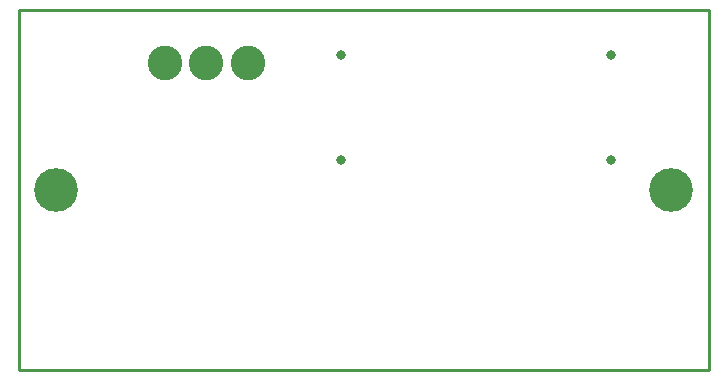
<source format=gbr>
G04 #@! TF.FileFunction,Soldermask,Bot*
%FSLAX46Y46*%
G04 Gerber Fmt 4.6, Leading zero omitted, Abs format (unit mm)*
G04 Created by KiCad (PCBNEW 4.0.1-3.201512221401+6198~38~ubuntu15.10.1-stable) date Tue 05 Apr 2016 01:32:55 PM EEST*
%MOMM*%
G01*
G04 APERTURE LIST*
%ADD10C,0.100000*%
%ADD11C,0.254000*%
%ADD12C,2.940000*%
%ADD13C,0.801600*%
%ADD14C,3.700000*%
G04 APERTURE END LIST*
D10*
D11*
X127000000Y-96520000D02*
X127000000Y-127000000D01*
X185420000Y-96520000D02*
X127000000Y-96520000D01*
X185420000Y-127000000D02*
X185420000Y-96520000D01*
X127000000Y-127000000D02*
X185420000Y-127000000D01*
D12*
X142875000Y-100965000D03*
X139375000Y-100965000D03*
X146375000Y-100965000D03*
D13*
X154305000Y-109220000D03*
X177165000Y-109220000D03*
X154305000Y-100330000D03*
X177165000Y-100330000D03*
D14*
X130175000Y-111760000D03*
X182245000Y-111760000D03*
M02*

</source>
